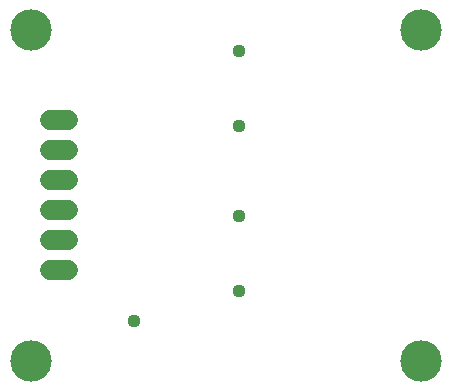
<source format=gbr>
G04 EAGLE Gerber RS-274X export*
G75*
%MOMM*%
%FSLAX34Y34*%
%LPD*%
%INSoldermask Bottom*%
%IPPOS*%
%AMOC8*
5,1,8,0,0,1.08239X$1,22.5*%
G01*
%ADD10C,3.503200*%
%ADD11C,1.711200*%
%ADD12C,1.117600*%


D10*
X40000Y320000D03*
X40000Y40000D03*
X370000Y40000D03*
X370000Y320000D03*
D11*
X71040Y117000D02*
X55960Y117000D01*
X55960Y142400D02*
X71040Y142400D01*
X71040Y167800D02*
X55960Y167800D01*
X55960Y193200D02*
X71040Y193200D01*
X71040Y218600D02*
X55960Y218600D01*
X55960Y244000D02*
X71040Y244000D01*
D12*
X127000Y73500D03*
X215900Y98900D03*
X215900Y162400D03*
X215900Y238600D03*
X215900Y302100D03*
M02*

</source>
